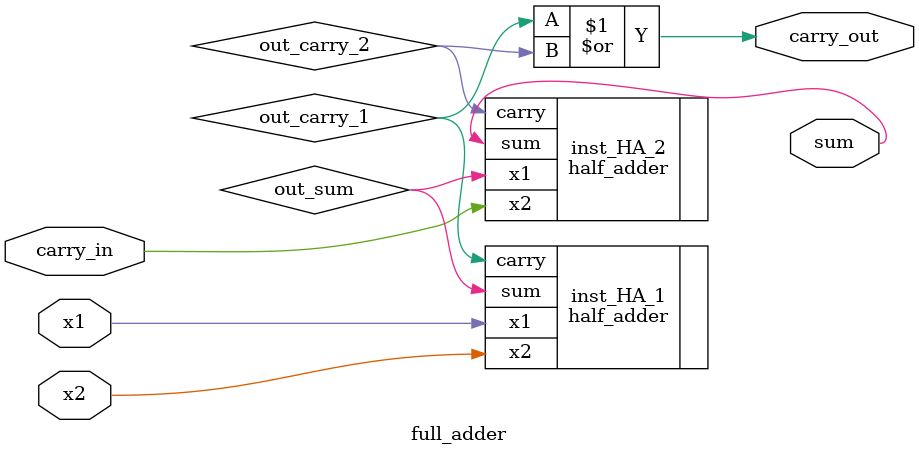
<source format=v>
`timescale 1ns / 1ps
module full_adder(
    input x1,
    input x2,
    input carry_in,
    output sum,
    output carry_out
    );
    wire out_carry_1,out_carry_2;
    wire out_sum;
    half_adder inst_HA_1(
            .x1(x1),
            .x2(x2),
            .sum(out_sum),
             .carry(out_carry_1)
              );
    half_adder inst_HA_2(
            .x1(out_sum),
            .x2(carry_in),
            .sum(sum),
             .carry(out_carry_2)
              );
         assign carry_out = out_carry_1 | out_carry_2;
endmodule

</source>
